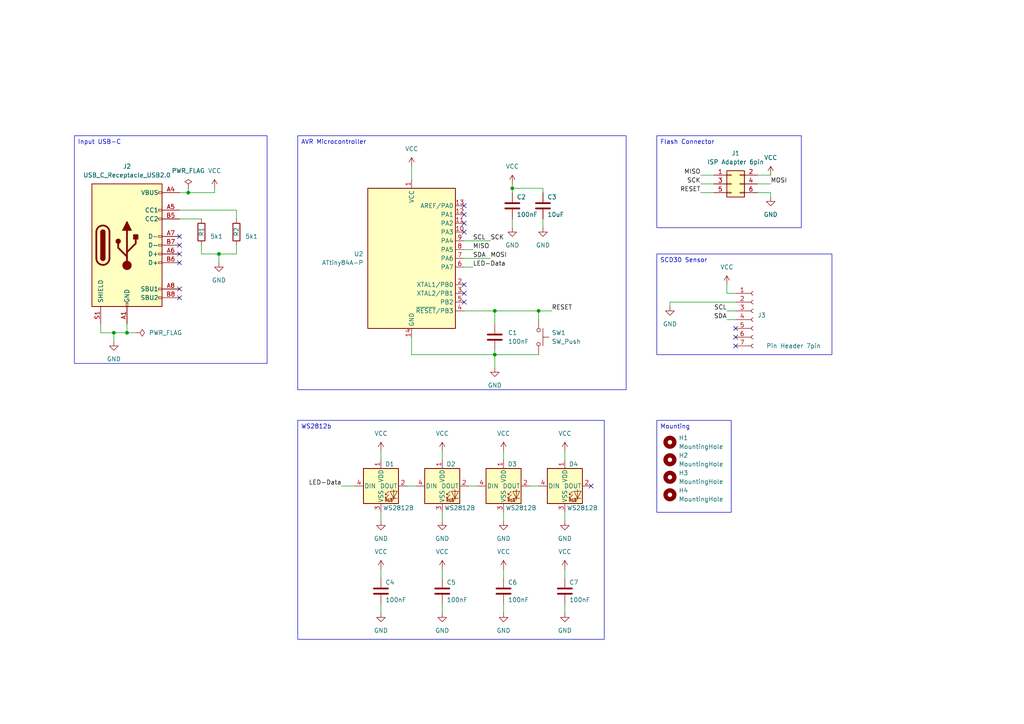
<source format=kicad_sch>
(kicad_sch (version 20230121) (generator eeschema)
  (paper "A4")
  (lib_symbols
    (symbol "Connector:Conn_01x07_Socket" (pin_names (offset 1.016) hide)
      (property "Reference" "J" (at 0 10.16 0))
      (property "Value" "Conn_01x07_Socket" (at 0 -10.16 0))
      (symbol "Conn_01x07_Socket_1_1"
        (arc (start 0 -7.112) (mid -0.5058 -7.62) (end 0 -8.128) (stroke (width 0.1524)))
        (arc (start 0 -4.572) (mid -0.5058 -5.08) (end 0 -5.588) (stroke (width 0.1524)))
        (arc (start 0 -2.032) (mid -0.5058 -2.54) (end 0 -3.048) (stroke (width 0.1524)))
        (polyline (pts (xy -1.27 -7.62) (xy -0.508 -7.62)) (stroke (width 0.1524)))
        (polyline (pts (xy -1.27 -5.08) (xy -0.508 -5.08)) (stroke (width 0.1524)))
        (polyline (pts (xy -1.27 -2.54) (xy -0.508 -2.54)) (stroke (width 0.1524)))
        (polyline (pts (xy -1.27 0) (xy -0.508 0)) (stroke (width 0.1524)))
        (polyline (pts (xy -1.27 2.54) (xy -0.508 2.54)) (stroke (width 0.1524)))
        (polyline (pts (xy -1.27 5.08) (xy -0.508 5.08)) (stroke (width 0.1524)))
        (polyline (pts (xy -1.27 7.62) (xy -0.508 7.62)) (stroke (width 0.1524)))
        (arc (start 0 0.508) (mid -0.5058 0) (end 0 -0.508) (stroke (width 0.1524)))
        (arc (start 0 3.048) (mid -0.5058 2.54) (end 0 2.032) (stroke (width 0.1524)))
        (arc (start 0 5.588) (mid -0.5058 5.08) (end 0 4.572) (stroke (width 0.1524)))
        (arc (start 0 8.128) (mid -0.5058 7.62) (end 0 7.112) (stroke (width 0.1524)))
        (pin passive line (at -5.08 7.62 0) (length 3.81) (name "Pin_1") (number "1"))
        (pin passive line (at -5.08 5.08 0) (length 3.81) (name "Pin_2") (number "2"))
        (pin passive line (at -5.08 2.54 0) (length 3.81) (name "Pin_3") (number "3"))
        (pin passive line (at -5.08 0 0) (length 3.81) (name "Pin_4") (number "4"))
        (pin passive line (at -5.08 -2.54 0) (length 3.81) (name "Pin_5") (number "5"))
        (pin passive line (at -5.08 -5.08 0) (length 3.81) (name "Pin_6") (number "6"))
        (pin passive line (at -5.08 -7.62 0) (length 3.81) (name "Pin_7") (number "7"))
      )
    )
    (symbol "Connector:USB_C_Receptacle_USB2.0" (pin_names (offset 1.016))
      (property "Reference" "J" (at -10.16 19.05 0))
      (property "Value" "USB_C_Receptacle_USB2.0" (at 19.05 19.05 0))
      (symbol "USB_C_Receptacle_USB2.0_0_0"
        (rectangle (start -0.254 -17.78) (end 0.254 -16.764))
        (rectangle (start 10.16 -14.986) (end 9.144 -15.494))
        (rectangle (start 10.16 -12.446) (end 9.144 -12.954))
        (rectangle (start 10.16 -4.826) (end 9.144 -5.334))
        (rectangle (start 10.16 -2.286) (end 9.144 -2.794))
        (rectangle (start 10.16 0.254) (end 9.144 -0.254))
        (rectangle (start 10.16 2.794) (end 9.144 2.286))
        (rectangle (start 10.16 7.874) (end 9.144 7.366))
        (rectangle (start 10.16 10.414) (end 9.144 9.906))
        (rectangle (start 10.16 15.494) (end 9.144 14.986))
      )
      (symbol "USB_C_Receptacle_USB2.0_0_1"
        (rectangle (start -10.16 17.78) (end 10.16 -17.78) (stroke (width 0.254)) (fill (type background)))
        (arc (start -8.89 -3.81) (mid -6.985 -5.7067) (end -5.08 -3.81) (stroke (width 0.508)))
        (arc (start -7.62 -3.81) (mid -6.985 -4.4423) (end -6.35 -3.81) (stroke (width 0.254)))
        (arc (start -7.62 -3.81) (mid -6.985 -4.4423) (end -6.35 -3.81) (stroke (width 0.254)) (fill (type outline)))
        (rectangle (start -7.62 -3.81) (end -6.35 3.81) (stroke (width 0.254)) (fill (type outline)))
        (arc (start -6.35 3.81) (mid -6.985 4.4423) (end -7.62 3.81) (stroke (width 0.254)))
        (arc (start -6.35 3.81) (mid -6.985 4.4423) (end -7.62 3.81) (stroke (width 0.254)) (fill (type outline)))
        (arc (start -5.08 3.81) (mid -6.985 5.7067) (end -8.89 3.81) (stroke (width 0.508)))
        (circle (center -2.54 1.143) (radius 0.635) (stroke (width 0.254)) (fill (type outline)))
        (circle (center 0 -5.842) (radius 1.27) (fill (type outline)))
        (polyline (pts (xy -8.89 -3.81) (xy -8.89 3.81)) (stroke (width 0.508)))
        (polyline (pts (xy -5.08 3.81) (xy -5.08 -3.81)) (stroke (width 0.508)))
        (polyline (pts (xy 0 -5.842) (xy 0 4.318)) (stroke (width 0.508)))
        (polyline (pts (xy 0 -3.302) (xy -2.54 -0.762) (xy -2.54 0.508)) (stroke (width 0.508)))
        (polyline (pts (xy 0 -2.032) (xy 2.54 0.508) (xy 2.54 1.778)) (stroke (width 0.508)))
        (polyline (pts (xy -1.27 4.318) (xy 0 6.858) (xy 1.27 4.318) (xy -1.27 4.318)) (stroke (width 0.254)) (fill (type outline)))
        (rectangle (start 1.905 1.778) (end 3.175 3.048) (stroke (width 0.254)) (fill (type outline)))
      )
      (symbol "USB_C_Receptacle_USB2.0_1_1"
        (pin passive line (at 0 -22.86 90) (length 5.08) (name "GND") (number "A1"))
        (pin passive line (at 0 -22.86 90) (length 5.08) hide (name "GND") (number "A12"))
        (pin passive line (at 15.24 15.24 180) (length 5.08) (name "VBUS") (number "A4"))
        (pin bidirectional line (at 15.24 10.16 180) (length 5.08) (name "CC1") (number "A5"))
        (pin bidirectional line (at 15.24 -2.54 180) (length 5.08) (name "D+") (number "A6"))
        (pin bidirectional line (at 15.24 2.54 180) (length 5.08) (name "D-") (number "A7"))
        (pin bidirectional line (at 15.24 -12.7 180) (length 5.08) (name "SBU1") (number "A8"))
        (pin passive line (at 15.24 15.24 180) (length 5.08) hide (name "VBUS") (number "A9"))
        (pin passive line (at 0 -22.86 90) (length 5.08) hide (name "GND") (number "B1"))
        (pin passive line (at 0 -22.86 90) (length 5.08) hide (name "GND") (number "B12"))
        (pin passive line (at 15.24 15.24 180) (length 5.08) hide (name "VBUS") (number "B4"))
        (pin bidirectional line (at 15.24 7.62 180) (length 5.08) (name "CC2") (number "B5"))
        (pin bidirectional line (at 15.24 -5.08 180) (length 5.08) (name "D+") (number "B6"))
        (pin bidirectional line (at 15.24 0 180) (length 5.08) (name "D-") (number "B7"))
        (pin bidirectional line (at 15.24 -15.24 180) (length 5.08) (name "SBU2") (number "B8"))
        (pin passive line (at 15.24 15.24 180) (length 5.08) hide (name "VBUS") (number "B9"))
        (pin passive line (at -7.62 -22.86 90) (length 5.08) (name "SHIELD") (number "S1"))
      )
    )
    (symbol "Connector_Generic:Conn_02x03_Odd_Even" (pin_names (offset 1.016) hide)
      (property "Reference" "J" (at 1.27 5.08 0))
      (property "Value" "Conn_02x03_Odd_Even" (at 1.27 -5.08 0))
      (symbol "Conn_02x03_Odd_Even_1_1"
        (rectangle (start -1.27 -2.413) (end 0 -2.667) (stroke (width 0.1524)))
        (rectangle (start -1.27 0.127) (end 0 -0.127) (stroke (width 0.1524)))
        (rectangle (start -1.27 2.667) (end 0 2.413) (stroke (width 0.1524)))
        (rectangle (start -1.27 3.81) (end 3.81 -3.81) (stroke (width 0.254)) (fill (type background)))
        (rectangle (start 3.81 -2.413) (end 2.54 -2.667) (stroke (width 0.1524)))
        (rectangle (start 3.81 0.127) (end 2.54 -0.127) (stroke (width 0.1524)))
        (rectangle (start 3.81 2.667) (end 2.54 2.413) (stroke (width 0.1524)))
        (pin passive line (at -5.08 2.54 0) (length 3.81) (name "Pin_1") (number "1"))
        (pin passive line (at 7.62 2.54 180) (length 3.81) (name "Pin_2") (number "2"))
        (pin passive line (at -5.08 0 0) (length 3.81) (name "Pin_3") (number "3"))
        (pin passive line (at 7.62 0 180) (length 3.81) (name "Pin_4") (number "4"))
        (pin passive line (at -5.08 -2.54 0) (length 3.81) (name "Pin_5") (number "5"))
        (pin passive line (at 7.62 -2.54 180) (length 3.81) (name "Pin_6") (number "6"))
      )
    )
    (symbol "Device:C" (pin_numbers hide) (pin_names (offset 0.254))
      (property "Reference" "C" (at 0.635 2.54 0))
      (property "Value" "C" (at 0.635 -2.54 0))
      (symbol "C_0_1"
        (polyline (pts (xy -2.032 -0.762) (xy 2.032 -0.762)) (stroke (width 0.508)))
        (polyline (pts (xy -2.032 0.762) (xy 2.032 0.762)) (stroke (width 0.508)))
      )
      (symbol "C_1_1"
        (pin passive line (at 0 3.81 270) (length 2.794) (name "~") (number "1"))
        (pin passive line (at 0 -3.81 90) (length 2.794) (name "~") (number "2"))
      )
    )
    (symbol "Device:R" (pin_numbers hide) (pin_names (offset 0))
      (property "Reference" "R" (at 2.032 0 90))
      (property "Value" "R" (at 0 0 90))
      (symbol "R_0_1"
        (rectangle (start -1.016 -2.54) (end 1.016 2.54) (stroke (width 0.254)))
      )
      (symbol "R_1_1"
        (pin passive line (at 0 3.81 270) (length 1.27) (name "~") (number "1"))
        (pin passive line (at 0 -3.81 90) (length 1.27) (name "~") (number "2"))
      )
    )
    (symbol "LED:WS2812B" (pin_names (offset 0.254))
      (property "Reference" "D" (at 5.08 5.715 0))
      (property "Value" "WS2812B" (at 1.27 -5.715 0))
      (symbol "WS2812B_0_0"
        (text "RGB" (at 2.286 -4.191 0) (effects (font (size 0.762 0.762))))
      )
      (symbol "WS2812B_0_1"
        (polyline (pts (xy 1.27 -3.556) (xy 1.778 -3.556)))
        (polyline (pts (xy 1.27 -2.54) (xy 1.778 -2.54)))
        (polyline (pts (xy 4.699 -3.556) (xy 2.667 -3.556)))
        (polyline (pts (xy 2.286 -2.54) (xy 1.27 -3.556) (xy 1.27 -3.048)))
        (polyline (pts (xy 2.286 -1.524) (xy 1.27 -2.54) (xy 1.27 -2.032)))
        (polyline (pts (xy 3.683 -1.016) (xy 3.683 -3.556) (xy 3.683 -4.064)))
        (polyline (pts (xy 4.699 -1.524) (xy 2.667 -1.524) (xy 3.683 -3.556) (xy 4.699 -1.524)))
        (rectangle (start 5.08 5.08) (end -5.08 -5.08) (stroke (width 0.254)) (fill (type background)))
      )
      (symbol "WS2812B_1_1"
        (pin power_in line (at 0 7.62 270) (length 2.54) (name "VDD") (number "1"))
        (pin output line (at 7.62 0 180) (length 2.54) (name "DOUT") (number "2"))
        (pin power_in line (at 0 -7.62 90) (length 2.54) (name "VSS") (number "3"))
        (pin input line (at -7.62 0 0) (length 2.54) (name "DIN") (number "4"))
      )
    )
    (symbol "MCU_Microchip_ATtiny:ATtiny84A-P"
      (property "Reference" "U" (at -12.7 21.59 0))
      (property "Value" "ATtiny84A-P" (at 2.54 -21.59 0))
      (symbol "ATtiny84A-P_0_1"
        (rectangle (start -12.7 -20.32) (end 12.7 20.32) (stroke (width 0.254)) (fill (type background)))
      )
      (symbol "ATtiny84A-P_1_1"
        (pin power_in line (at 0 22.86 270) (length 2.54) (name "VCC") (number "1"))
        (pin bidirectional line (at 15.24 7.62 180) (length 2.54) (name "PA3") (number "10"))
        (pin bidirectional line (at 15.24 10.16 180) (length 2.54) (name "PA2") (number "11"))
        (pin bidirectional line (at 15.24 12.7 180) (length 2.54) (name "PA1") (number "12"))
        (pin bidirectional line (at 15.24 15.24 180) (length 2.54) (name "AREF/PA0") (number "13"))
        (pin power_in line (at 0 -22.86 90) (length 2.54) (name "GND") (number "14"))
        (pin bidirectional line (at 15.24 -7.62 180) (length 2.54) (name "XTAL1/PB0") (number "2"))
        (pin bidirectional line (at 15.24 -10.16 180) (length 2.54) (name "XTAL2/PB1") (number "3"))
        (pin bidirectional line (at 15.24 -15.24 180) (length 2.54) (name "~{RESET}/PB3") (number "4"))
        (pin bidirectional line (at 15.24 -12.7 180) (length 2.54) (name "PB2") (number "5"))
        (pin bidirectional line (at 15.24 -2.54 180) (length 2.54) (name "PA7") (number "6"))
        (pin bidirectional line (at 15.24 0 180) (length 2.54) (name "PA6") (number "7"))
        (pin bidirectional line (at 15.24 2.54 180) (length 2.54) (name "PA5") (number "8"))
        (pin bidirectional line (at 15.24 5.08 180) (length 2.54) (name "PA4") (number "9"))
      )
    )
    (symbol "Mechanical:MountingHole" (pin_names (offset 1.016))
      (property "Reference" "H" (at 0 5.08 0))
      (property "Value" "MountingHole" (at 0 3.175 0))
      (symbol "MountingHole_0_1"
        (circle (center 0 0) (radius 1.27) (stroke (width 1.27)))
      )
    )
    (symbol "Switch:SW_Push" (pin_numbers hide) (pin_names (offset 1.016) hide)
      (property "Reference" "SW" (at 1.27 2.54 0))
      (property "Value" "SW_Push" (at 0 -1.524 0))
      (symbol "SW_Push_0_1"
        (circle (center -2.032 0) (radius 0.508))
        (polyline (pts (xy 0 1.27) (xy 0 3.048)))
        (polyline (pts (xy 2.54 1.27) (xy -2.54 1.27)))
        (circle (center 2.032 0) (radius 0.508))
        (pin passive line (at -5.08 0 0) (length 2.54) (name "1") (number "1"))
        (pin passive line (at 5.08 0 180) (length 2.54) (name "2") (number "2"))
      )
    )
    (symbol "power:GND" (power) (pin_names (offset 0))
      (property "Value" "GND" (at 0 -3.81 0))
      (symbol "GND_0_1"
        (polyline (pts (xy 0 0) (xy 0 -1.27) (xy 1.27 -1.27) (xy 0 -2.54) (xy -1.27 -1.27) (xy 0 -1.27)))
      )
      (symbol "GND_1_1"
        (pin power_in line (at 0 0 270) (length 0) hide (name "GND") (number "1"))
      )
    )
    (symbol "power:PWR_FLAG" (power) (pin_numbers hide) (pin_names (offset 0) hide)
      (property "Value" "PWR_FLAG" (at 0 3.81 0))
      (symbol "PWR_FLAG_0_0"
        (pin power_out line (at 0 0 90) (length 0) (name "pwr") (number "1"))
      )
      (symbol "PWR_FLAG_0_1"
        (polyline (pts (xy 0 0) (xy 0 1.27) (xy -1.016 1.905) (xy 0 2.54) (xy 1.016 1.905) (xy 0 1.27)))
      )
    )
    (symbol "power:VCC" (power) (pin_names (offset 0))
      (property "Value" "VCC" (at 0 3.81 0))
      (symbol "VCC_0_1"
        (polyline (pts (xy -0.762 1.27) (xy 0 2.54)))
        (polyline (pts (xy 0 0) (xy 0 2.54)))
        (polyline (pts (xy 0 2.54) (xy 0.762 1.27)))
      )
      (symbol "VCC_1_1"
        (pin power_in line (at 0 0 90) (length 0) hide (name "VCC") (number "1"))
      )
    )
  )
  (junction (at 143.51 102.87))
  (junction (at 143.51 90.17))
  (junction (at 36.83 96.52))
  (junction (at 156.21 90.17))
  (junction (at 33.02 96.52))
  (junction (at 63.5 73.66))
  (junction (at 54.61 55.88))
  (junction (at 148.59 54.61))
  (no_connect (at 213.36 97.79))
  (no_connect (at 134.62 85.09))
  (no_connect (at 52.07 68.58))
  (no_connect (at 134.62 87.63))
  (no_connect (at 52.07 73.66))
  (no_connect (at 52.07 71.12))
  (no_connect (at 213.36 100.33))
  (no_connect (at 52.07 76.2))
  (no_connect (at 134.62 82.55))
  (no_connect (at 134.62 64.77))
  (no_connect (at 134.62 59.69))
  (no_connect (at 171.45 140.97))
  (no_connect (at 134.62 67.31))
  (no_connect (at 52.07 86.36))
  (no_connect (at 134.62 62.23))
  (no_connect (at 52.07 83.82))
  (no_connect (at 213.36 95.25))
  (wire (pts (xy 148.59 54.61) (xy 148.59 55.88)))
  (wire (pts (xy 143.51 90.17) (xy 156.21 90.17)))
  (wire (pts (xy 148.59 63.5) (xy 148.59 66.04)))
  (wire (pts (xy 163.83 148.59) (xy 163.83 151.13)))
  (wire (pts (xy 163.83 175.26) (xy 163.83 177.8)))
  (wire (pts (xy 156.21 90.17) (xy 160.02 90.17)))
  (wire (pts (xy 143.51 102.87) (xy 119.38 102.87)))
  (wire (pts (xy 219.71 55.88) (xy 223.52 55.88)))
  (wire (pts (xy 213.36 85.09) (xy 210.82 85.09)))
  (wire (pts (xy 153.67 140.97) (xy 156.21 140.97)))
  (wire (pts (xy 148.59 54.61) (xy 157.48 54.61)))
  (wire (pts (xy 203.2 55.88) (xy 207.01 55.88)))
  (wire (pts (xy 156.21 102.87) (xy 143.51 102.87)))
  (wire (pts (xy 119.38 102.87) (xy 119.38 97.79)))
  (wire (pts (xy 134.62 69.85) (xy 142.24 69.85)))
  (wire (pts (xy 134.62 72.39) (xy 137.16 72.39)))
  (wire (pts (xy 128.27 130.81) (xy 128.27 133.35)))
  (wire (pts (xy 134.62 77.47) (xy 137.16 77.47)))
  (wire (pts (xy 128.27 148.59) (xy 128.27 151.13)))
  (wire (pts (xy 219.71 53.34) (xy 223.52 53.34)))
  (wire (pts (xy 36.83 96.52) (xy 36.83 93.98)))
  (wire (pts (xy 99.06 140.97) (xy 102.87 140.97)))
  (wire (pts (xy 110.49 148.59) (xy 110.49 151.13)))
  (wire (pts (xy 63.5 73.66) (xy 68.58 73.66)))
  (wire (pts (xy 134.62 74.93) (xy 142.24 74.93)))
  (wire (pts (xy 29.21 96.52) (xy 33.02 96.52)))
  (wire (pts (xy 63.5 73.66) (xy 63.5 76.2)))
  (wire (pts (xy 33.02 96.52) (xy 33.02 99.06)))
  (wire (pts (xy 163.83 165.1) (xy 163.83 167.64)))
  (wire (pts (xy 68.58 71.12) (xy 68.58 73.66)))
  (wire (pts (xy 203.2 53.34) (xy 207.01 53.34)))
  (wire (pts (xy 29.21 93.98) (xy 29.21 96.52)))
  (wire (pts (xy 143.51 90.17) (xy 143.51 93.98)))
  (wire (pts (xy 156.21 90.17) (xy 156.21 92.71)))
  (wire (pts (xy 110.49 165.1) (xy 110.49 167.64)))
  (wire (pts (xy 54.61 55.88) (xy 62.23 55.88)))
  (wire (pts (xy 134.62 90.17) (xy 143.51 90.17)))
  (wire (pts (xy 62.23 54.61) (xy 62.23 55.88)))
  (wire (pts (xy 210.82 90.17) (xy 213.36 90.17)))
  (wire (pts (xy 36.83 96.52) (xy 39.37 96.52)))
  (wire (pts (xy 210.82 85.09) (xy 210.82 82.55)))
  (wire (pts (xy 110.49 130.81) (xy 110.49 133.35)))
  (wire (pts (xy 146.05 175.26) (xy 146.05 177.8)))
  (wire (pts (xy 223.52 55.88) (xy 223.52 57.15)))
  (wire (pts (xy 146.05 165.1) (xy 146.05 167.64)))
  (wire (pts (xy 52.07 60.96) (xy 68.58 60.96)))
  (wire (pts (xy 135.89 140.97) (xy 138.43 140.97)))
  (wire (pts (xy 210.82 92.71) (xy 213.36 92.71)))
  (wire (pts (xy 194.31 87.63) (xy 194.31 88.9)))
  (wire (pts (xy 110.49 175.26) (xy 110.49 177.8)))
  (wire (pts (xy 213.36 87.63) (xy 194.31 87.63)))
  (wire (pts (xy 58.42 73.66) (xy 63.5 73.66)))
  (wire (pts (xy 146.05 130.81) (xy 146.05 133.35)))
  (wire (pts (xy 143.51 102.87) (xy 143.51 106.68)))
  (wire (pts (xy 219.71 50.8) (xy 223.52 50.8)))
  (wire (pts (xy 58.42 71.12) (xy 58.42 73.66)))
  (wire (pts (xy 68.58 60.96) (xy 68.58 63.5)))
  (wire (pts (xy 157.48 54.61) (xy 157.48 55.88)))
  (wire (pts (xy 203.2 50.8) (xy 207.01 50.8)))
  (wire (pts (xy 157.48 63.5) (xy 157.48 66.04)))
  (wire (pts (xy 33.02 96.52) (xy 36.83 96.52)))
  (wire (pts (xy 163.83 130.81) (xy 163.83 133.35)))
  (wire (pts (xy 128.27 175.26) (xy 128.27 177.8)))
  (wire (pts (xy 148.59 53.34) (xy 148.59 54.61)))
  (wire (pts (xy 128.27 165.1) (xy 128.27 167.64)))
  (wire (pts (xy 146.05 148.59) (xy 146.05 151.13)))
  (wire (pts (xy 52.07 63.5) (xy 58.42 63.5)))
  (wire (pts (xy 54.61 54.61) (xy 54.61 55.88)))
  (wire (pts (xy 143.51 102.87) (xy 143.51 101.6)))
  (wire (pts (xy 118.11 140.97) (xy 120.65 140.97)))
  (wire (pts (xy 119.38 48.26) (xy 119.38 52.07)))
  (wire (pts (xy 52.07 55.88) (xy 54.61 55.88)))
  (text_box "Input USB-C" (at 21.59 39.37 0) (size 55.88 66.04) (effects (font (size 1.27 1.27)) (justify left top)))
  (text_box "SCD30 Sensor" (at 190.5 73.66 0) (size 50.8 29.21) (effects (font (size 1.27 1.27)) (justify left top)))
  (text_box "Mounting" (at 190.5 121.92 0) (size 21.59 26.67) (effects (font (size 1.27 1.27)) (justify left top)))
  (text_box "AVR Microcontroller" (at 86.36 39.37 0) (size 95.25 73.66) (effects (font (size 1.27 1.27)) (justify left top)))
  (text_box "WS2812b" (at 86.36 121.92 0) (size 88.9 63.5) (effects (font (size 1.27 1.27)) (justify left top)))
  (text_box "Flash Connector" (at 190.5 39.37 0) (size 41.91 26.67) (effects (font (size 1.27 1.27)) (justify left top)))
  (label "MOSI" (at 142.24 74.93 0))
  (label "RESET" (at 203.2 55.88 180))
  (label "SDA" (at 210.82 92.71 180))
  (label "MISO" (at 137.16 72.39 0))
  (label "MISO" (at 203.2 50.8 180))
  (label "RESET" (at 160.02 90.17 0))
  (label "SCL" (at 210.82 90.17 180))
  (label "SCK" (at 203.2 53.34 180))
  (label "LED-Data" (at 99.06 140.97 180))
  (label "SDA" (at 137.16 74.93 0))
  (label "SCK" (at 142.24 69.85 0))
  (label "MOSI" (at 223.52 53.34 0))
  (label "SCL" (at 137.16 69.85 0))
  (label "LED-Data" (at 137.16 77.47 0))
  (symbol (lib_id "power:VCC") (at 210.82 82.55 0) (unit 1)
    (property "Reference" "#PWR012" (effects hide))
    (property "Value" "VCC" (at 210.82 77.47 0))
  )
  (symbol (lib_id "power:VCC") (at 110.49 130.81 0) (unit 1)
    (property "Reference" "#PWR015" (effects hide))
    (property "Value" "VCC" (at 110.49 125.73 0))
  )
  (symbol (lib_id "MCU_Microchip_ATtiny:ATtiny84A-P") (at 119.38 74.93 0) (unit 1)
    (property "Reference" "U2" (at 105.41 73.66 0) (effects (justify right)))
    (property "Value" "ATtiny84A-P" (at 105.41 76.2 0) (effects (justify right)))
    (property "Footprint" "Package_DIP:DIP-14_W7.62mm" (effects hide))
    (property "Datasheet" "http://ww1.microchip.com/downloads/en/DeviceDoc/doc8183.pdf" (effects hide))
  )
  (symbol (lib_id "power:GND") (at 110.49 151.13 0) (unit 1)
    (property "Reference" "#PWR014" (effects hide))
    (property "Value" "GND" (at 110.49 156.21 0))
  )
  (symbol (lib_id "power:VCC") (at 128.27 165.1 0) (unit 1)
    (property "Reference" "#PWR024" (effects hide))
    (property "Value" "VCC" (at 128.27 160.02 0))
  )
  (symbol (lib_id "power:GND") (at 157.48 66.04 0) (unit 1)
    (property "Reference" "#PWR08" (effects hide))
    (property "Value" "GND" (at 157.48 71.12 0))
  )
  (symbol (lib_id "power:GND") (at 128.27 177.8 0) (unit 1)
    (property "Reference" "#PWR025" (effects hide))
    (property "Value" "GND" (at 128.27 182.88 0))
  )
  (symbol (lib_id "LED:WS2812B") (at 110.49 140.97 0) (unit 1)
    (property "Reference" "D1" (at 113.03 134.62 0))
    (property "Value" "WS2812B" (at 115.57 147.32 0))
    (property "Footprint" "LED_SMD:LED_WS2812B_PLCC4_5.0x5.0mm_P3.2mm" (effects hide))
    (property "Datasheet" "https://cdn-shop.adafruit.com/datasheets/WS2812B.pdf" (effects hide))
  )
  (symbol (lib_id "power:VCC") (at 148.59 53.34 0) (unit 1)
    (property "Reference" "#PWR05" (effects hide))
    (property "Value" "VCC" (at 148.59 48.26 0))
  )
  (symbol (lib_id "power:VCC") (at 128.27 130.81 0) (unit 1)
    (property "Reference" "#PWR016" (effects hide))
    (property "Value" "VCC" (at 128.27 125.73 0))
  )
  (symbol (lib_id "power:PWR_FLAG") (at 39.37 96.52 270) (unit 1)
    (property "Reference" "#FLG02" (effects hide))
    (property "Value" "PWR_FLAG" (at 43.18 96.52 90) (effects (justify left)))
  )
  (symbol (lib_id "power:VCC") (at 223.52 50.8 0) (unit 1)
    (property "Reference" "#PWR03" (effects hide))
    (property "Value" "VCC" (at 223.52 45.72 0))
  )
  (symbol (lib_id "power:VCC") (at 146.05 130.81 0) (unit 1)
    (property "Reference" "#PWR018" (effects hide))
    (property "Value" "VCC" (at 146.05 125.73 0))
  )
  (symbol (lib_id "power:GND") (at 163.83 151.13 0) (unit 1)
    (property "Reference" "#PWR021" (effects hide))
    (property "Value" "GND" (at 163.83 156.21 0))
  )
  (symbol (lib_id "Device:R") (at 58.42 67.31 0) (unit 1)
    (property "Reference" "R1" (at 58.42 68.58 90) (effects (justify left)))
    (property "Value" "5k1" (at 60.96 68.58 0) (effects (justify left)))
    (property "Footprint" "Resistor_SMD:R_0603_1608Metric_Pad0.98x0.95mm_HandSolder" (effects hide))
  )
  (symbol (lib_id "power:GND") (at 163.83 177.8 0) (unit 1)
    (property "Reference" "#PWR029" (effects hide))
    (property "Value" "GND" (at 163.83 182.88 0))
  )
  (symbol (lib_id "Connector:USB_C_Receptacle_USB2.0") (at 36.83 71.12 0) (unit 1)
    (property "Reference" "J2" (at 36.83 48.26 0))
    (property "Value" "USB_C_Receptacle_USB2.0" (at 36.83 50.8 0))
    (property "Footprint" "Connector_USB:USB_C_Receptacle_Palconn_UTC16-G" (effects hide))
    (property "Datasheet" "https://www.usb.org/sites/default/files/documents/usb_type-c.zip" (effects hide))
  )
  (symbol (lib_id "Device:R") (at 68.58 67.31 0) (unit 1)
    (property "Reference" "R2" (at 68.58 68.58 90) (effects (justify left)))
    (property "Value" "5k1" (at 71.12 68.58 0) (effects (justify left)))
    (property "Footprint" "Resistor_SMD:R_0603_1608Metric_Pad0.98x0.95mm_HandSolder" (effects hide))
  )
  (symbol (lib_id "power:VCC") (at 119.38 48.26 0) (unit 1)
    (property "Reference" "#PWR04" (effects hide))
    (property "Value" "VCC" (at 119.38 43.18 0))
  )
  (symbol (lib_id "LED:WS2812B") (at 146.05 140.97 0) (unit 1)
    (property "Reference" "D3" (at 148.59 134.62 0))
    (property "Value" "WS2812B" (at 151.13 147.32 0))
    (property "Footprint" "LED_SMD:LED_WS2812B_PLCC4_5.0x5.0mm_P3.2mm" (effects hide))
    (property "Datasheet" "https://cdn-shop.adafruit.com/datasheets/WS2812B.pdf" (effects hide))
  )
  (symbol (lib_id "power:VCC") (at 110.49 165.1 0) (unit 1)
    (property "Reference" "#PWR022" (effects hide))
    (property "Value" "VCC" (at 110.49 160.02 0))
  )
  (symbol (lib_id "Connector:Conn_01x07_Socket") (at 218.44 92.71 0) (unit 1)
    (property "Reference" "J3" (at 219.71 91.44 0) (effects (justify left)))
    (property "Value" "Pin Header 7pin" (at 222.25 100.33 0) (effects (justify left)))
    (property "Footprint" "Connector_PinHeader_2.54mm:PinHeader_1x07_P2.54mm_Vertical" (effects hide))
  )
  (symbol (lib_id "Mechanical:MountingHole") (at 194.31 133.35 0) (unit 1)
    (property "Reference" "H2" (at 196.85 132.08 0) (effects (justify left)))
    (property "Value" "MountingHole" (at 196.85 134.62 0) (effects (justify left)))
    (property "Footprint" "MountingHole:MountingHole_3.2mm_M3_ISO14580" (effects hide))
  )
  (symbol (lib_id "power:GND") (at 148.59 66.04 0) (unit 1)
    (property "Reference" "#PWR07" (effects hide))
    (property "Value" "GND" (at 148.59 71.12 0))
  )
  (symbol (lib_id "power:VCC") (at 163.83 165.1 0) (unit 1)
    (property "Reference" "#PWR028" (effects hide))
    (property "Value" "VCC" (at 163.83 160.02 0))
  )
  (symbol (lib_id "Connector_Generic:Conn_02x03_Odd_Even") (at 212.09 53.34 0) (unit 1)
    (property "Reference" "J1" (at 213.36 44.45 0))
    (property "Value" "ISP Adapter 6pin" (at 213.36 46.99 0))
    (property "Footprint" "Connector_PinHeader_2.54mm:PinHeader_2x03_P2.54mm_Vertical" (effects hide))
  )
  (symbol (lib_id "Mechanical:MountingHole") (at 194.31 128.27 0) (unit 1)
    (property "Reference" "H1" (at 196.85 127 0) (effects (justify left)))
    (property "Value" "MountingHole" (at 196.85 129.54 0) (effects (justify left)))
    (property "Footprint" "MountingHole:MountingHole_3.2mm_M3_ISO14580" (effects hide))
  )
  (symbol (lib_id "power:GND") (at 223.52 57.15 0) (unit 1)
    (property "Reference" "#PWR02" (effects hide))
    (property "Value" "GND" (at 223.52 62.23 0))
  )
  (symbol (lib_id "Device:C") (at 146.05 171.45 0) (unit 1)
    (property "Reference" "C6" (at 147.32 168.91 0) (effects (justify left)))
    (property "Value" "100nF" (at 147.32 173.99 0) (effects (justify left)))
    (property "Footprint" "Capacitor_SMD:C_0603_1608Metric_Pad1.08x0.95mm_HandSolder" (effects hide))
  )
  (symbol (lib_id "Device:C") (at 128.27 171.45 0) (unit 1)
    (property "Reference" "C5" (at 129.54 168.91 0) (effects (justify left)))
    (property "Value" "100nF" (at 129.54 173.99 0) (effects (justify left)))
    (property "Footprint" "Capacitor_SMD:C_0603_1608Metric_Pad1.08x0.95mm_HandSolder" (effects hide))
  )
  (symbol (lib_id "Device:C") (at 163.83 171.45 0) (unit 1)
    (property "Reference" "C7" (at 165.1 168.91 0) (effects (justify left)))
    (property "Value" "100nF" (at 165.1 173.99 0) (effects (justify left)))
    (property "Footprint" "Capacitor_SMD:C_0603_1608Metric_Pad1.08x0.95mm_HandSolder" (effects hide))
  )
  (symbol (lib_id "power:GND") (at 128.27 151.13 0) (unit 1)
    (property "Reference" "#PWR017" (effects hide))
    (property "Value" "GND" (at 128.27 156.21 0))
  )
  (symbol (lib_id "Device:C") (at 143.51 97.79 0) (unit 1)
    (property "Reference" "C1" (at 147.32 96.52 0) (effects (justify left)))
    (property "Value" "100nF" (at 147.32 99.06 0) (effects (justify left)))
    (property "Footprint" "Capacitor_SMD:C_0603_1608Metric_Pad1.08x0.95mm_HandSolder" (effects hide))
  )
  (symbol (lib_id "power:VCC") (at 62.23 54.61 0) (unit 1)
    (property "Reference" "#PWR09" (effects hide))
    (property "Value" "VCC" (at 62.23 49.53 0))
  )
  (symbol (lib_id "Mechanical:MountingHole") (at 194.31 138.43 0) (unit 1)
    (property "Reference" "H3" (at 196.85 137.16 0) (effects (justify left)))
    (property "Value" "MountingHole" (at 196.85 139.7 0) (effects (justify left)))
    (property "Footprint" "MountingHole:MountingHole_3.2mm_M3_ISO14580" (effects hide))
  )
  (symbol (lib_id "LED:WS2812B") (at 163.83 140.97 0) (unit 1)
    (property "Reference" "D4" (at 166.37 134.62 0))
    (property "Value" "WS2812B" (at 168.91 147.32 0))
    (property "Footprint" "LED_SMD:LED_WS2812B_PLCC4_5.0x5.0mm_P3.2mm" (effects hide))
    (property "Datasheet" "https://cdn-shop.adafruit.com/datasheets/WS2812B.pdf" (effects hide))
  )
  (symbol (lib_id "power:GND") (at 146.05 151.13 0) (unit 1)
    (property "Reference" "#PWR019" (effects hide))
    (property "Value" "GND" (at 146.05 156.21 0))
  )
  (symbol (lib_id "power:GND") (at 143.51 106.68 0) (unit 1)
    (property "Reference" "#PWR01" (effects hide))
    (property "Value" "GND" (at 143.51 111.76 0))
  )
  (symbol (lib_id "power:GND") (at 146.05 177.8 0) (unit 1)
    (property "Reference" "#PWR027" (effects hide))
    (property "Value" "GND" (at 146.05 182.88 0))
  )
  (symbol (lib_id "power:VCC") (at 163.83 130.81 0) (unit 1)
    (property "Reference" "#PWR020" (effects hide))
    (property "Value" "VCC" (at 163.83 125.73 0))
  )
  (symbol (lib_id "Device:C") (at 157.48 59.69 0) (unit 1)
    (property "Reference" "C3" (at 158.75 57.15 0) (effects (justify left)))
    (property "Value" "10uF" (at 158.75 62.23 0) (effects (justify left)))
    (property "Footprint" "Capacitor_SMD:C_0603_1608Metric_Pad1.08x0.95mm_HandSolder" (effects hide))
  )
  (symbol (lib_id "power:GND") (at 110.49 177.8 0) (unit 1)
    (property "Reference" "#PWR023" (effects hide))
    (property "Value" "GND" (at 110.49 182.88 0))
  )
  (symbol (lib_id "power:GND") (at 63.5 76.2 0) (unit 1)
    (property "Reference" "#PWR011" (effects hide))
    (property "Value" "GND" (at 63.5 81.28 0))
  )
  (symbol (lib_id "power:VCC") (at 146.05 165.1 0) (unit 1)
    (property "Reference" "#PWR026" (effects hide))
    (property "Value" "VCC" (at 146.05 160.02 0))
  )
  (symbol (lib_id "Device:C") (at 110.49 171.45 0) (unit 1)
    (property "Reference" "C4" (at 111.76 168.91 0) (effects (justify left)))
    (property "Value" "100nF" (at 111.76 173.99 0) (effects (justify left)))
    (property "Footprint" "Capacitor_SMD:C_0603_1608Metric_Pad1.08x0.95mm_HandSolder" (effects hide))
  )
  (symbol (lib_id "Switch:SW_Push") (at 156.21 97.79 270) (unit 1)
    (property "Reference" "SW1" (at 160.02 96.52 90) (effects (justify left)))
    (property "Value" "SW_Push" (at 160.02 99.06 90) (effects (justify left)))
    (property "Footprint" "Button_Switch_SMD:SW_SPST_EVQQ2" (effects hide))
  )
  (symbol (lib_id "Mechanical:MountingHole") (at 194.31 143.51 0) (unit 1)
    (property "Reference" "H4" (at 196.85 142.24 0) (effects (justify left)))
    (property "Value" "MountingHole" (at 196.85 144.78 0) (effects (justify left)))
    (property "Footprint" "MountingHole:MountingHole_3.2mm_M3_ISO14580" (effects hide))
  )
  (symbol (lib_id "LED:WS2812B") (at 128.27 140.97 0) (unit 1)
    (property "Reference" "D2" (at 130.81 134.62 0))
    (property "Value" "WS2812B" (at 133.35 147.32 0))
    (property "Footprint" "LED_SMD:LED_WS2812B_PLCC4_5.0x5.0mm_P3.2mm" (effects hide))
    (property "Datasheet" "https://cdn-shop.adafruit.com/datasheets/WS2812B.pdf" (effects hide))
  )
  (symbol (lib_id "Device:C") (at 148.59 59.69 0) (unit 1)
    (property "Reference" "C2" (at 149.86 57.15 0) (effects (justify left)))
    (property "Value" "100nF" (at 149.86 62.23 0) (effects (justify left)))
    (property "Footprint" "Capacitor_SMD:C_0603_1608Metric_Pad1.08x0.95mm_HandSolder" (effects hide))
  )
  (symbol (lib_id "power:GND") (at 33.02 99.06 0) (unit 1)
    (property "Reference" "#PWR010" (effects hide))
    (property "Value" "GND" (at 33.02 104.14 0))
  )
  (symbol (lib_id "power:GND") (at 194.31 88.9 0) (unit 1)
    (property "Reference" "#PWR013" (effects hide))
    (property "Value" "GND" (at 194.31 93.98 0))
  )
  (symbol (lib_id "power:PWR_FLAG") (at 54.61 54.61 0) (unit 1)
    (property "Reference" "#FLG01" (effects hide))
    (property "Value" "PWR_FLAG" (at 54.61 49.53 0))
  )
)
</source>
